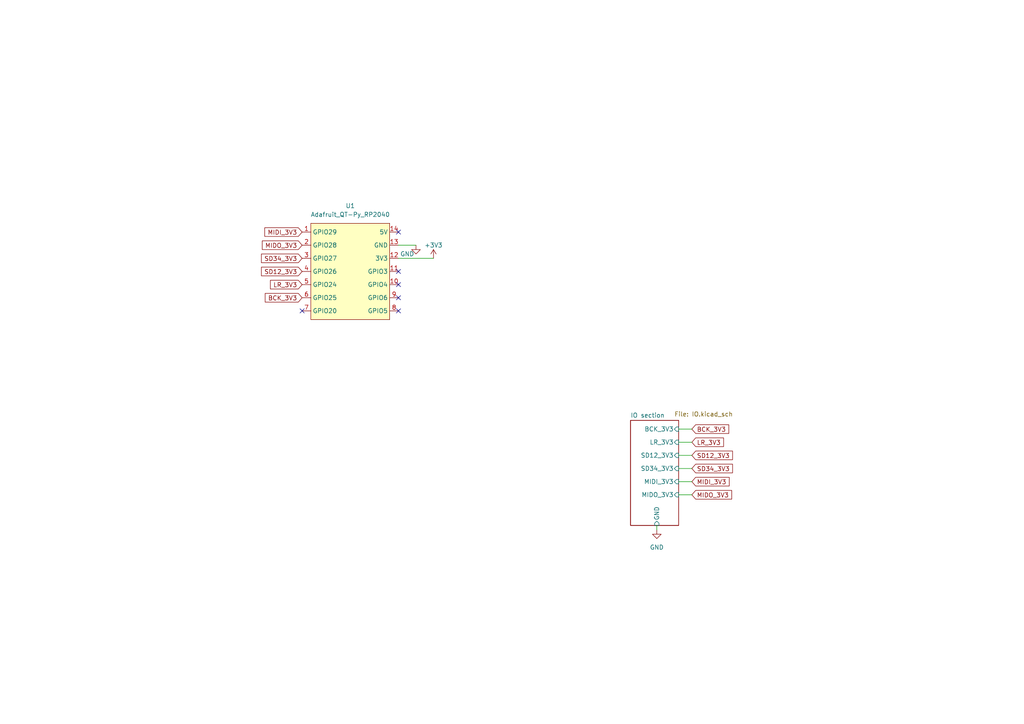
<source format=kicad_sch>
(kicad_sch (version 20211123) (generator eeschema)

  (uuid 857e8030-1d43-4d44-ac3d-f82789da5ca0)

  (paper "A4")

  (title_block
    (date "2022-12-06")
    (rev "1.0")
  )

  (lib_symbols
    (symbol "Adafruit_QT-Py_RP2040_1" (in_bom yes) (on_board yes)
      (property "Reference" "U" (id 0) (at 0 0 0)
        (effects (font (size 1.27 1.27)))
      )
      (property "Value" "Adafruit_QT-Py_RP2040_1" (id 1) (at 0 2.54 0)
        (effects (font (size 1.27 1.27)))
      )
      (property "Footprint" "MCU_RaspberryPi_and_Boards:Adafruit QT-Py RP2040" (id 2) (at 0 0 0)
        (effects (font (size 1.27 1.27)) hide)
      )
      (property "Datasheet" "" (id 3) (at 0 0 0)
        (effects (font (size 1.27 1.27)) hide)
      )
      (symbol "Adafruit_QT-Py_RP2040_1_0_1"
        (rectangle (start -11.43 -5.08) (end 11.43 -33.02)
          (stroke (width 0) (type default) (color 0 0 0 0))
          (fill (type background))
        )
      )
      (symbol "Adafruit_QT-Py_RP2040_1_1_1"
        (pin bidirectional line (at -13.97 -7.62 0) (length 2.54)
          (name "GPIO29" (effects (font (size 1.27 1.27))))
          (number "1" (effects (font (size 1.27 1.27))))
        )
        (pin bidirectional line (at 13.97 -22.86 180) (length 2.54)
          (name "GPIO4" (effects (font (size 1.27 1.27))))
          (number "10" (effects (font (size 1.27 1.27))))
        )
        (pin bidirectional line (at 13.97 -19.05 180) (length 2.54)
          (name "GPIO3" (effects (font (size 1.27 1.27))))
          (number "11" (effects (font (size 1.27 1.27))))
        )
        (pin power_in line (at 13.97 -15.24 180) (length 2.54)
          (name "3V3" (effects (font (size 1.27 1.27))))
          (number "12" (effects (font (size 1.27 1.27))))
        )
        (pin power_in line (at 13.97 -11.43 180) (length 2.54)
          (name "GND" (effects (font (size 1.27 1.27))))
          (number "13" (effects (font (size 1.27 1.27))))
        )
        (pin power_in line (at 13.97 -7.62 180) (length 2.54)
          (name "5V" (effects (font (size 1.27 1.27))))
          (number "14" (effects (font (size 1.27 1.27))))
        )
        (pin bidirectional line (at -13.97 -11.43 0) (length 2.54)
          (name "GPIO28" (effects (font (size 1.27 1.27))))
          (number "2" (effects (font (size 1.27 1.27))))
        )
        (pin bidirectional line (at -13.97 -15.24 0) (length 2.54)
          (name "GPIO27" (effects (font (size 1.27 1.27))))
          (number "3" (effects (font (size 1.27 1.27))))
        )
        (pin bidirectional line (at -13.97 -19.05 0) (length 2.54)
          (name "GPIO26" (effects (font (size 1.27 1.27))))
          (number "4" (effects (font (size 1.27 1.27))))
        )
        (pin bidirectional line (at -13.97 -22.86 0) (length 2.54)
          (name "GPIO24" (effects (font (size 1.27 1.27))))
          (number "5" (effects (font (size 1.27 1.27))))
        )
        (pin bidirectional line (at -13.97 -26.67 0) (length 2.54)
          (name "GPIO25" (effects (font (size 1.27 1.27))))
          (number "6" (effects (font (size 1.27 1.27))))
        )
        (pin bidirectional line (at -13.97 -30.48 0) (length 2.54)
          (name "GPIO20" (effects (font (size 1.27 1.27))))
          (number "7" (effects (font (size 1.27 1.27))))
        )
        (pin bidirectional line (at 13.97 -30.48 180) (length 2.54)
          (name "GPIO5" (effects (font (size 1.27 1.27))))
          (number "8" (effects (font (size 1.27 1.27))))
        )
        (pin bidirectional line (at 13.97 -26.67 180) (length 2.54)
          (name "GPIO6" (effects (font (size 1.27 1.27))))
          (number "9" (effects (font (size 1.27 1.27))))
        )
      )
    )
    (symbol "power:+3V3" (power) (pin_names (offset 0)) (in_bom yes) (on_board yes)
      (property "Reference" "#PWR" (id 0) (at 0 -3.81 0)
        (effects (font (size 1.27 1.27)) hide)
      )
      (property "Value" "+3V3" (id 1) (at 0 3.556 0)
        (effects (font (size 1.27 1.27)))
      )
      (property "Footprint" "" (id 2) (at 0 0 0)
        (effects (font (size 1.27 1.27)) hide)
      )
      (property "Datasheet" "" (id 3) (at 0 0 0)
        (effects (font (size 1.27 1.27)) hide)
      )
      (property "ki_keywords" "power-flag" (id 4) (at 0 0 0)
        (effects (font (size 1.27 1.27)) hide)
      )
      (property "ki_description" "Power symbol creates a global label with name \"+3V3\"" (id 5) (at 0 0 0)
        (effects (font (size 1.27 1.27)) hide)
      )
      (symbol "+3V3_0_1"
        (polyline
          (pts
            (xy -0.762 1.27)
            (xy 0 2.54)
          )
          (stroke (width 0) (type default) (color 0 0 0 0))
          (fill (type none))
        )
        (polyline
          (pts
            (xy 0 0)
            (xy 0 2.54)
          )
          (stroke (width 0) (type default) (color 0 0 0 0))
          (fill (type none))
        )
        (polyline
          (pts
            (xy 0 2.54)
            (xy 0.762 1.27)
          )
          (stroke (width 0) (type default) (color 0 0 0 0))
          (fill (type none))
        )
      )
      (symbol "+3V3_1_1"
        (pin power_in line (at 0 0 90) (length 0) hide
          (name "+3V3" (effects (font (size 1.27 1.27))))
          (number "1" (effects (font (size 1.27 1.27))))
        )
      )
    )
    (symbol "power:GND" (power) (pin_names (offset 0)) (in_bom yes) (on_board yes)
      (property "Reference" "#PWR" (id 0) (at 0 -6.35 0)
        (effects (font (size 1.27 1.27)) hide)
      )
      (property "Value" "GND" (id 1) (at 0 -3.81 0)
        (effects (font (size 1.27 1.27)))
      )
      (property "Footprint" "" (id 2) (at 0 0 0)
        (effects (font (size 1.27 1.27)) hide)
      )
      (property "Datasheet" "" (id 3) (at 0 0 0)
        (effects (font (size 1.27 1.27)) hide)
      )
      (property "ki_keywords" "power-flag" (id 4) (at 0 0 0)
        (effects (font (size 1.27 1.27)) hide)
      )
      (property "ki_description" "Power symbol creates a global label with name \"GND\" , ground" (id 5) (at 0 0 0)
        (effects (font (size 1.27 1.27)) hide)
      )
      (symbol "GND_0_1"
        (polyline
          (pts
            (xy 0 0)
            (xy 0 -1.27)
            (xy 1.27 -1.27)
            (xy 0 -2.54)
            (xy -1.27 -1.27)
            (xy 0 -1.27)
          )
          (stroke (width 0) (type default) (color 0 0 0 0))
          (fill (type none))
        )
      )
      (symbol "GND_1_1"
        (pin power_in line (at 0 0 270) (length 0) hide
          (name "GND" (effects (font (size 1.27 1.27))))
          (number "1" (effects (font (size 1.27 1.27))))
        )
      )
    )
  )


  (no_connect (at 87.63 90.17) (uuid 35d41d26-98cc-4800-988d-cfc1ec767135))
  (no_connect (at 115.57 67.31) (uuid 4848fe0e-0063-4957-8f34-8c7c98c0b65c))
  (no_connect (at 115.57 78.74) (uuid e0e5791c-ec5d-4853-9685-a619d60f4e06))
  (no_connect (at 115.57 82.55) (uuid e0e5791c-ec5d-4853-9685-a619d60f4e07))
  (no_connect (at 115.57 86.36) (uuid e0e5791c-ec5d-4853-9685-a619d60f4e08))
  (no_connect (at 115.57 90.17) (uuid e0e5791c-ec5d-4853-9685-a619d60f4e09))

  (wire (pts (xy 190.5 153.67) (xy 190.5 152.4))
    (stroke (width 0) (type default) (color 0 0 0 0))
    (uuid 07792ada-a8df-4f10-a38a-4310412490b1)
  )
  (wire (pts (xy 196.85 135.89) (xy 200.66 135.89))
    (stroke (width 0) (type default) (color 0 0 0 0))
    (uuid 13aad9f2-06f2-4234-ae7b-575ccd50d9a0)
  )
  (wire (pts (xy 115.57 71.12) (xy 120.65 71.12))
    (stroke (width 0) (type default) (color 0 0 0 0))
    (uuid 15fc92e5-5e38-4a39-91bd-0d196188db28)
  )
  (wire (pts (xy 196.85 143.51) (xy 200.66 143.51))
    (stroke (width 0) (type default) (color 0 0 0 0))
    (uuid 1c964b48-bcff-4bfe-b913-8e09e1aac389)
  )
  (wire (pts (xy 196.85 128.27) (xy 200.66 128.27))
    (stroke (width 0) (type default) (color 0 0 0 0))
    (uuid 363eb456-e847-4c21-80bf-3f23c401741d)
  )
  (wire (pts (xy 196.85 124.46) (xy 200.66 124.46))
    (stroke (width 0) (type default) (color 0 0 0 0))
    (uuid 3c018e36-02b2-4260-baff-6f20a6f7f9de)
  )
  (wire (pts (xy 196.85 139.7) (xy 200.66 139.7))
    (stroke (width 0) (type default) (color 0 0 0 0))
    (uuid 488a3085-1134-46fa-ad93-df28489b850a)
  )
  (wire (pts (xy 115.57 74.93) (xy 125.73 74.93))
    (stroke (width 0) (type default) (color 0 0 0 0))
    (uuid 6e38c8a6-3d7f-43b9-8b3b-454ea9bbc6da)
  )
  (wire (pts (xy 196.85 132.08) (xy 200.66 132.08))
    (stroke (width 0) (type default) (color 0 0 0 0))
    (uuid 9c959aa0-7622-4849-bf11-b943f5cc9637)
  )

  (global_label "BCK_3V3" (shape input) (at 200.66 124.46 0) (fields_autoplaced)
    (effects (font (size 1.27 1.27)) (justify left))
    (uuid 153ecc1c-1884-4793-b3c0-395b240f1d31)
    (property "Intersheet References" "${INTERSHEET_REFS}" (id 0) (at 211.2694 124.3806 0)
      (effects (font (size 1.27 1.27)) (justify left) hide)
    )
  )
  (global_label "MIDO_3V3" (shape input) (at 200.66 143.51 0) (fields_autoplaced)
    (effects (font (size 1.27 1.27)) (justify left))
    (uuid 1a5e37c2-f30c-430b-a737-2d8b50383e32)
    (property "Intersheet References" "${INTERSHEET_REFS}" (id 0) (at 212.1161 143.4306 0)
      (effects (font (size 1.27 1.27)) (justify left) hide)
    )
  )
  (global_label "LR_3V3" (shape input) (at 200.66 128.27 0) (fields_autoplaced)
    (effects (font (size 1.27 1.27)) (justify left))
    (uuid 2d1641d5-5348-475a-a9f1-8e6be21162d1)
    (property "Intersheet References" "${INTERSHEET_REFS}" (id 0) (at 209.7575 128.1906 0)
      (effects (font (size 1.27 1.27)) (justify left) hide)
    )
  )
  (global_label "BCK_3V3" (shape input) (at 87.63 86.36 180) (fields_autoplaced)
    (effects (font (size 1.27 1.27)) (justify right))
    (uuid 305095fa-9921-4d9e-94a2-42dcc1d83f0d)
    (property "Intersheet References" "${INTERSHEET_REFS}" (id 0) (at 77.0206 86.4394 0)
      (effects (font (size 1.27 1.27)) (justify right) hide)
    )
  )
  (global_label "SD12_3V3" (shape input) (at 200.66 132.08 0) (fields_autoplaced)
    (effects (font (size 1.27 1.27)) (justify left))
    (uuid 5fcdef34-8982-4581-9ca6-7efad86707f1)
    (property "Intersheet References" "${INTERSHEET_REFS}" (id 0) (at 212.358 132.0006 0)
      (effects (font (size 1.27 1.27)) (justify left) hide)
    )
  )
  (global_label "SD34_3V3" (shape input) (at 87.63 74.93 180) (fields_autoplaced)
    (effects (font (size 1.27 1.27)) (justify right))
    (uuid 6531518d-9938-40a3-acab-3e2bb3f0369d)
    (property "Intersheet References" "${INTERSHEET_REFS}" (id 0) (at 75.932 75.0094 0)
      (effects (font (size 1.27 1.27)) (justify right) hide)
    )
  )
  (global_label "MIDI_3V3" (shape input) (at 87.63 67.31 180) (fields_autoplaced)
    (effects (font (size 1.27 1.27)) (justify right))
    (uuid 977b15ef-a7ac-46ea-ae57-47ca2efed6c1)
    (property "Intersheet References" "${INTERSHEET_REFS}" (id 0) (at 76.8996 67.3894 0)
      (effects (font (size 1.27 1.27)) (justify right) hide)
    )
  )
  (global_label "SD12_3V3" (shape input) (at 87.63 78.74 180) (fields_autoplaced)
    (effects (font (size 1.27 1.27)) (justify right))
    (uuid 9820358e-5247-4cb9-a5fa-7f9b1dc3411a)
    (property "Intersheet References" "${INTERSHEET_REFS}" (id 0) (at 75.932 78.8194 0)
      (effects (font (size 1.27 1.27)) (justify right) hide)
    )
  )
  (global_label "LR_3V3" (shape input) (at 87.63 82.55 180) (fields_autoplaced)
    (effects (font (size 1.27 1.27)) (justify right))
    (uuid 9f3e2003-fbef-41e9-a0c9-47ad2205e135)
    (property "Intersheet References" "${INTERSHEET_REFS}" (id 0) (at 78.5325 82.6294 0)
      (effects (font (size 1.27 1.27)) (justify right) hide)
    )
  )
  (global_label "SD34_3V3" (shape input) (at 200.66 135.89 0) (fields_autoplaced)
    (effects (font (size 1.27 1.27)) (justify left))
    (uuid d21fa8ab-9de1-478a-a5d9-a3e7cc136c4a)
    (property "Intersheet References" "${INTERSHEET_REFS}" (id 0) (at 212.358 135.8106 0)
      (effects (font (size 1.27 1.27)) (justify left) hide)
    )
  )
  (global_label "MIDO_3V3" (shape input) (at 87.63 71.12 180) (fields_autoplaced)
    (effects (font (size 1.27 1.27)) (justify right))
    (uuid e3bfd2ee-be6b-4307-83e5-297b5b39eb7f)
    (property "Intersheet References" "${INTERSHEET_REFS}" (id 0) (at 76.1739 71.1994 0)
      (effects (font (size 1.27 1.27)) (justify right) hide)
    )
  )
  (global_label "MIDI_3V3" (shape input) (at 200.66 139.7 0) (fields_autoplaced)
    (effects (font (size 1.27 1.27)) (justify left))
    (uuid f2a9f480-7c1f-443b-b863-510d0a1be7fe)
    (property "Intersheet References" "${INTERSHEET_REFS}" (id 0) (at 211.3904 139.6206 0)
      (effects (font (size 1.27 1.27)) (justify left) hide)
    )
  )

  (symbol (lib_id "power:+3V3") (at 125.73 74.93 0) (unit 1)
    (in_bom yes) (on_board yes)
    (uuid 1ee0a8fd-5e99-4977-8e21-fb384dcf1212)
    (property "Reference" "#PWR02" (id 0) (at 125.73 78.74 0)
      (effects (font (size 1.27 1.27)) hide)
    )
    (property "Value" "+3V3" (id 1) (at 125.73 71.12 0))
    (property "Footprint" "" (id 2) (at 125.73 74.93 0)
      (effects (font (size 1.27 1.27)) hide)
    )
    (property "Datasheet" "" (id 3) (at 125.73 74.93 0)
      (effects (font (size 1.27 1.27)) hide)
    )
    (pin "1" (uuid 77aa3247-9c2b-49bb-b619-9d8d35c3c1a6))
  )

  (symbol (lib_name "Adafruit_QT-Py_RP2040_1") (lib_id "New_Library:Adafruit_QT-Py_RP2040") (at 101.6 59.69 0) (unit 1)
    (in_bom yes) (on_board yes) (fields_autoplaced)
    (uuid 7838de28-b4e3-494e-adb0-ee0b820758db)
    (property "Reference" "U1" (id 0) (at 101.6 59.69 0))
    (property "Value" "Adafruit_QT-Py_RP2040" (id 1) (at 101.6 62.23 0))
    (property "Footprint" "MCU_RaspberryPi_and_Boards:Adafruit QT-Py RP2040-ThroughHole" (id 2) (at 101.6 59.69 0)
      (effects (font (size 1.27 1.27)) hide)
    )
    (property "Datasheet" "" (id 3) (at 101.6 59.69 0)
      (effects (font (size 1.27 1.27)) hide)
    )
    (pin "1" (uuid cd452536-077a-4680-b956-6d493b15e067))
    (pin "10" (uuid b9c536f1-7c63-469e-b51f-7f2dd80eda73))
    (pin "11" (uuid 4ddf914a-33e0-4e7c-b597-487e85099b59))
    (pin "12" (uuid 2d2d007d-2a7e-4531-a183-4d64ebe0bffc))
    (pin "13" (uuid 8a45e274-4543-4739-8688-057aeeb42f46))
    (pin "14" (uuid 54c8b6c9-1f3f-45ab-a6a1-752442ac3709))
    (pin "2" (uuid 0d9b965f-da22-475b-91d4-cd799c211c53))
    (pin "3" (uuid d80fdc9b-e36b-48a7-bb11-8217d85acda6))
    (pin "4" (uuid 97f3ce66-22d8-416e-ae0d-c30d11741185))
    (pin "5" (uuid 6593c27a-df9e-4e53-93f6-8e3137f819b5))
    (pin "6" (uuid f95cf65c-12d5-459a-879a-64aa120a3838))
    (pin "7" (uuid feffd9a9-9ad4-45a7-9368-908b8aee90e1))
    (pin "8" (uuid 37d776a4-681e-439e-a320-6e09490e16ba))
    (pin "9" (uuid a0875674-8661-435a-adb8-b89f10d82172))
  )

  (symbol (lib_id "power:GND") (at 120.65 71.12 0) (unit 1)
    (in_bom yes) (on_board yes)
    (uuid 9c5ea0a1-2785-400d-88f7-cfc03a043179)
    (property "Reference" "#PWR01" (id 0) (at 120.65 77.47 0)
      (effects (font (size 1.27 1.27)) hide)
    )
    (property "Value" "GND" (id 1) (at 118.11 73.66 0))
    (property "Footprint" "" (id 2) (at 120.65 71.12 0)
      (effects (font (size 1.27 1.27)) hide)
    )
    (property "Datasheet" "" (id 3) (at 120.65 71.12 0)
      (effects (font (size 1.27 1.27)) hide)
    )
    (pin "1" (uuid 42050898-f7af-4751-adc0-13cc8d1687fe))
  )

  (symbol (lib_id "power:GND") (at 190.5 153.67 0) (unit 1)
    (in_bom yes) (on_board yes) (fields_autoplaced)
    (uuid a45e704c-51c3-4402-a851-984a688cbf68)
    (property "Reference" "#PWR03" (id 0) (at 190.5 160.02 0)
      (effects (font (size 1.27 1.27)) hide)
    )
    (property "Value" "GND" (id 1) (at 190.5 158.75 0))
    (property "Footprint" "" (id 2) (at 190.5 153.67 0)
      (effects (font (size 1.27 1.27)) hide)
    )
    (property "Datasheet" "" (id 3) (at 190.5 153.67 0)
      (effects (font (size 1.27 1.27)) hide)
    )
    (pin "1" (uuid d9424da2-935f-4924-a272-12f93e30538b))
  )

  (sheet (at 182.88 121.92) (size 13.97 30.48)
    (stroke (width 0.1524) (type solid) (color 0 0 0 0))
    (fill (color 0 0 0 0.0000))
    (uuid e58e9422-b7b2-4f4b-acef-c17627543ce6)
    (property "Sheet name" "IO section" (id 0) (at 182.88 121.2084 0)
      (effects (font (size 1.27 1.27)) (justify left bottom))
    )
    (property "Sheet file" "IO.kicad_sch" (id 1) (at 195.58 119.38 0)
      (effects (font (size 1.27 1.27)) (justify left top))
    )
    (pin "GND" input (at 190.5 152.4 270)
      (effects (font (size 1.27 1.27)) (justify left))
      (uuid 9761271a-61c8-4c0f-bc90-1a1b2990eb4a)
    )
    (pin "SD34_3V3" input (at 196.85 135.89 0)
      (effects (font (size 1.27 1.27)) (justify right))
      (uuid 990e56cc-22c2-4175-9fb6-e98a7839487f)
    )
    (pin "LR_3V3" input (at 196.85 128.27 0)
      (effects (font (size 1.27 1.27)) (justify right))
      (uuid 811c0798-3732-46fd-844b-b688ad1b8bc8)
    )
    (pin "BCK_3V3" input (at 196.85 124.46 0)
      (effects (font (size 1.27 1.27)) (justify right))
      (uuid fdb86e32-b8cd-4f4a-b957-f2d2f57630a0)
    )
    (pin "MIDO_3V3" input (at 196.85 143.51 0)
      (effects (font (size 1.27 1.27)) (justify right))
      (uuid 18c54fef-9894-4423-9980-82675d6b16f8)
    )
    (pin "SD12_3V3" input (at 196.85 132.08 0)
      (effects (font (size 1.27 1.27)) (justify right))
      (uuid 3434d376-37ae-4942-90c7-6ad865323f4a)
    )
    (pin "MIDI_3V3" input (at 196.85 139.7 0)
      (effects (font (size 1.27 1.27)) (justify right))
      (uuid 578ab6eb-ba9b-429e-aba5-21abf2a09d72)
    )
  )

  (sheet_instances
    (path "/" (page "1"))
    (path "/e58e9422-b7b2-4f4b-acef-c17627543ce6" (page "3"))
  )

  (symbol_instances
    (path "/9c5ea0a1-2785-400d-88f7-cfc03a043179"
      (reference "#PWR01") (unit 1) (value "GND") (footprint "")
    )
    (path "/1ee0a8fd-5e99-4977-8e21-fb384dcf1212"
      (reference "#PWR02") (unit 1) (value "+3V3") (footprint "")
    )
    (path "/a45e704c-51c3-4402-a851-984a688cbf68"
      (reference "#PWR03") (unit 1) (value "GND") (footprint "")
    )
    (path "/e58e9422-b7b2-4f4b-acef-c17627543ce6/8c176c45-67f8-478c-993a-02bd782d939f"
      (reference "#PWR04") (unit 1) (value "+3V3") (footprint "")
    )
    (path "/e58e9422-b7b2-4f4b-acef-c17627543ce6/a806182e-6333-4b74-b65a-e98ba60941c8"
      (reference "#PWR05") (unit 1) (value "GND") (footprint "")
    )
    (path "/e58e9422-b7b2-4f4b-acef-c17627543ce6/6d0383b0-8ea0-4a7f-8f49-d4b9053ff684"
      (reference "#PWR06") (unit 1) (value "GND") (footprint "")
    )
    (path "/e58e9422-b7b2-4f4b-acef-c17627543ce6/786bef46-5da9-4184-a062-6adbedca3d1c"
      (reference "#PWR07") (unit 1) (value "GND") (footprint "")
    )
    (path "/e58e9422-b7b2-4f4b-acef-c17627543ce6/6d57c140-f4b1-45f7-99a9-35be729fedad"
      (reference "#PWR09") (unit 1) (value "GND") (footprint "")
    )
    (path "/e58e9422-b7b2-4f4b-acef-c17627543ce6/c7512f7b-8e76-4606-b064-405c537c2d0d"
      (reference "#PWR010") (unit 1) (value "GND") (footprint "")
    )
    (path "/e58e9422-b7b2-4f4b-acef-c17627543ce6/18db368a-5fba-4dce-b803-4be508c20f08"
      (reference "#PWR0101") (unit 1) (value "GND") (footprint "")
    )
    (path "/e58e9422-b7b2-4f4b-acef-c17627543ce6/6ade98ea-eb66-4b5d-bd35-68f957c9afea"
      (reference "C1") (unit 1) (value "100n") (footprint "Capacitor_SMD:C_0805_2012Metric_Pad1.18x1.45mm_HandSolder")
    )
    (path "/e58e9422-b7b2-4f4b-acef-c17627543ce6/a7b7a8d4-0d87-4cce-9e6b-9af6797714f2"
      (reference "H1") (unit 1) (value "MountingHole_Pad") (footprint "MountingHole:MountingHole_3.2mm_M3_Pad_Via")
    )
    (path "/e58e9422-b7b2-4f4b-acef-c17627543ce6/7488b242-0ae8-4f43-a2db-9eca7cfaaa01"
      (reference "H2") (unit 1) (value "MountingHole_Pad") (footprint "MountingHole:MountingHole_3.2mm_M3_Pad_Via")
    )
    (path "/e58e9422-b7b2-4f4b-acef-c17627543ce6/e7a6becf-f9a6-445d-9d75-0aa31f78bf5c"
      (reference "H3") (unit 1) (value "MountingHole_Pad") (footprint "MountingHole:MountingHole_3.2mm_M3_Pad_Via")
    )
    (path "/e58e9422-b7b2-4f4b-acef-c17627543ce6/80ce37a2-9993-4fca-929d-8492e666fc4c"
      (reference "H4") (unit 1) (value "MountingHole_Pad") (footprint "MountingHole:MountingHole_3.2mm_M3_Pad_Via")
    )
    (path "/e58e9422-b7b2-4f4b-acef-c17627543ce6/df49450b-fb8b-4e5c-98b4-712b4174d419"
      (reference "J1") (unit 1) (value "Conn_01x13_Male") (footprint "Connector_JST:JST_PH_B13B-PH-K_1x13_P2.00mm_Vertical")
    )
    (path "/e58e9422-b7b2-4f4b-acef-c17627543ce6/9e35b1d2-e067-4f63-bd48-74b8fa2cb07a"
      (reference "J2") (unit 1) (value "Conn_01x13_Male") (footprint "Connector_JST:JST_PH_B13B-PH-K_1x13_P2.00mm_Vertical")
    )
    (path "/e58e9422-b7b2-4f4b-acef-c17627543ce6/ea98026d-5a40-4cfb-8ee7-ac9d62b8077c"
      (reference "Q1") (unit 1) (value "2N7002") (footprint "Package_TO_SOT_SMD:SOT-23")
    )
    (path "/7838de28-b4e3-494e-adb0-ee0b820758db"
      (reference "U1") (unit 1) (value "Adafruit_QT-Py_RP2040") (footprint "MCU_RaspberryPi_and_Boards:Adafruit QT-Py RP2040-ThroughHole")
    )
    (path "/e58e9422-b7b2-4f4b-acef-c17627543ce6/bcb8863f-2da0-4f0d-8856-99366c858618"
      (reference "U2") (unit 1) (value "MC74VHCT50A") (footprint "Package_SO:TSSOP-14_4.4x5mm_P0.65mm")
    )
  )
)

</source>
